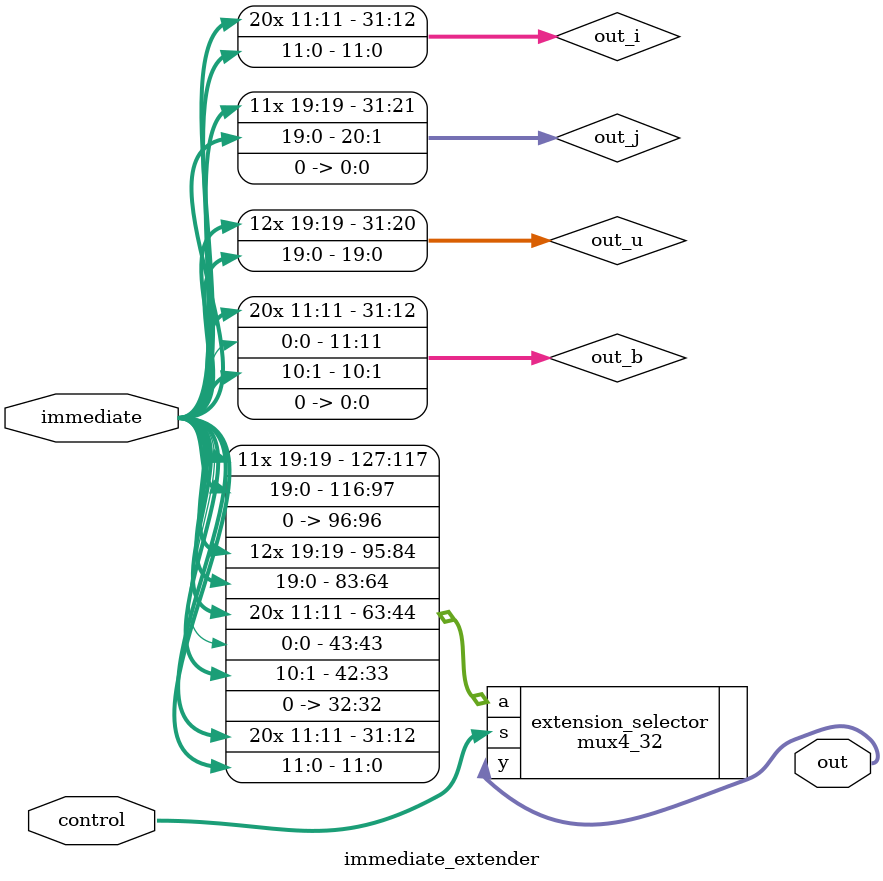
<source format=sv>
`timescale 1ns/1ps
`default_nettype none

/*
Sign-extension of the immediate bits
*/
`include "mux4_32.sv"

module immediate_extender(immediate, control, out); // ibuj

input wire [19:0] immediate;
input wire [1:0] control;
output logic [31:0] out;

logic [31:0] out_i, out_b, out_u, out_j;
// mux4_32 extension_selector(.a({out_i, out_b, out_u, out_j}), .s(control), .y(out));
mux4_32 extension_selector(.a({out_j, out_u, out_b, out_i}), .s(control), .y(out));

always_comb out_i = {{20{immediate[11]}}, immediate[11:0]}; // also L-type
always_comb out_b = {{19{immediate[11]}}, immediate[11], immediate[0], immediate[10:5], immediate[4:1], 1'b0};
always_comb out_u = {{12{immediate[19]}}, immediate[19:0]}; // also S-type
always_comb out_j = {{11{immediate[19]}}, immediate[19:0], 1'b0};

endmodule

</source>
